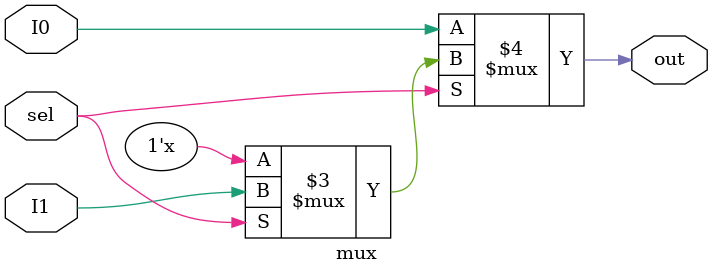
<source format=v>
module mux(
    input wire I0,
    input wire I1,
    input wire sel,
    output wire out
);
//assign out= sel?I0:I1;
//o korle i1 er value ,1 korle i0 er value
assign out= (sel==1'b0)?I0:
            (sel==1'b1)?I1:
            1'bX;

endmodule
</source>
